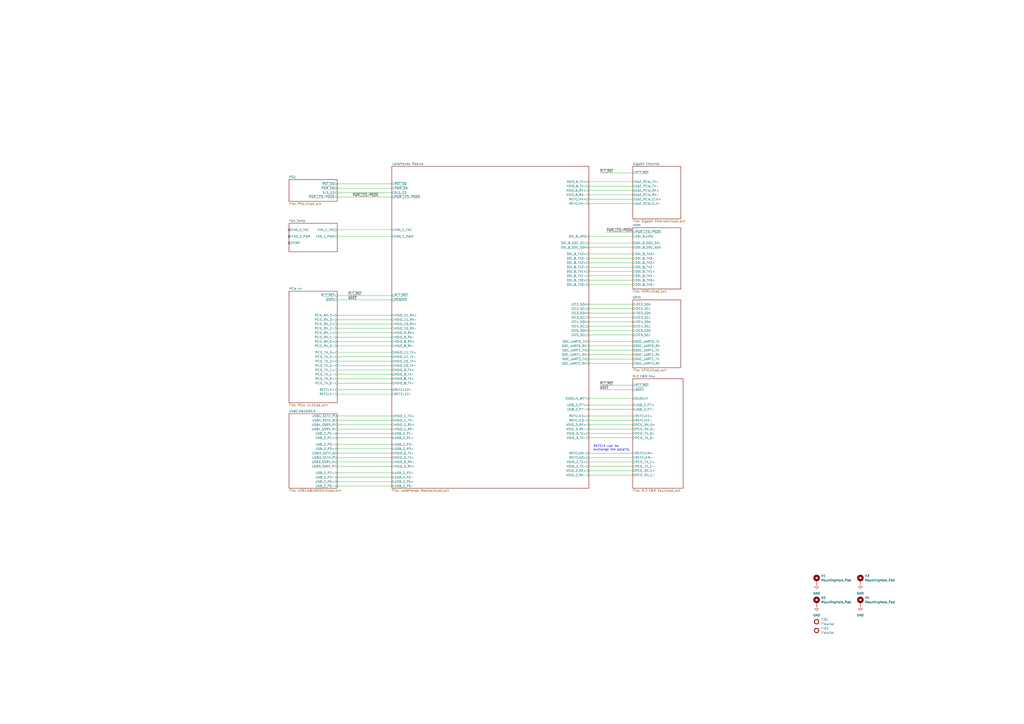
<source format=kicad_sch>
(kicad_sch (version 20250114) (generator "eeschema") (generator_version "9.0")
  (paper "A2")
  (title_block (title "Primer Carrier for LattePanda Mu") (date "2024-04-06") (rev "V1.0.0") (company "DFRobot") (comment 1 "20240406"))
  (lib_symbols
    (symbol "Mechanical:Fiducial"
      (property "Reference" "FID" (at 0 5.08 0))
      (property "Value" "Fiducial" (at 0 3.175 0))
      (symbol "Fiducial_0_1"
        (circle (center 0 0) (radius 1.27) (stroke (width 0.508)) (fill (type background)))
      )
    )
    (symbol "Mechanical:MountingHole_Pad" (pin_numbers (hide yes)) (pin_names (offset 1.016) (hide yes))
      (property "Reference" "H" (at 0 6.35 0))
      (property "Value" "MountingHole_Pad" (at 0 4.445 0))
      (symbol "MountingHole_Pad_0_1"
        (circle (center 0 1.27) (radius 1.27) (stroke (width 1.27)))
      )
      (symbol "MountingHole_Pad_1_1"
        (pin input line (at 0 -2.54 90) (length 2.54) (name "1") (number "1"))
      )
    )
    (symbol "power:GND" (power) (pin_numbers (hide yes)) (pin_names (offset 0) (hide yes))
      (property "Value" "GND" (at 0 -3.81 0))
      (symbol "GND_0_1"
        (polyline (pts (xy 0 0) (xy 0 -1.27) (xy 1.27 -1.27) (xy 0 -2.54) (xy -1.27 -1.27) (xy 0 -1.27)))
      )
      (symbol "GND_1_1"
        (pin power_in line (at 0 0 270) (length 0) (name "~") (number "1"))
      )
    )
  )
  (text "REFCLK can be \nexchange the polarity" (at 344.17 261.62 0) (effects (font (size 1.27 1.27)) (justify left bottom)))
  (no_connect (at 167.64 137.16))
  (no_connect (at 167.64 140.97))
  (no_connect (at 167.64 133.35))
  (wire (pts (xy 341.63 208.28) (xy 367.03 208.28)))
  (wire (pts (xy 195.58 200.66) (xy 227.33 200.66)))
  (wire (pts (xy 341.63 275.59) (xy 367.03 275.59)))
  (wire (pts (xy 341.63 160.02) (xy 367.03 160.02)))
  (wire (pts (xy 341.63 267.97) (xy 367.03 267.97)))
  (wire (pts (xy 341.63 237.49) (xy 367.03 237.49)))
  (wire (pts (xy 341.63 262.89) (xy 367.03 262.89)))
  (wire (pts (xy 195.58 226.06) (xy 227.33 226.06)))
  (wire (pts (xy 195.58 219.71) (xy 227.33 219.71)))
  (wire (pts (xy 341.63 231.14) (xy 367.03 231.14)))
  (wire (pts (xy 195.58 111.76) (xy 227.33 111.76)))
  (wire (pts (xy 341.63 254) (xy 367.03 254)))
  (wire (pts (xy 341.63 137.16) (xy 367.03 137.16)))
  (wire (pts (xy 195.58 276.86) (xy 227.33 276.86)))
  (wire (pts (xy 341.63 200.66) (xy 367.03 200.66)))
  (wire (pts (xy 341.63 118.11) (xy 367.03 118.11)))
  (wire (pts (xy 195.58 228.6) (xy 227.33 228.6)))
  (wire (pts (xy 195.58 171.45) (xy 227.33 171.45)))
  (wire (pts (xy 195.58 274.32) (xy 227.33 274.32)))
  (wire (pts (xy 341.63 205.74) (xy 367.03 205.74)))
  (wire (pts (xy 341.63 149.86) (xy 367.03 149.86)))
  (wire (pts (xy 351.79 134.62) (xy 367.03 134.62)))
  (wire (pts (xy 195.58 195.58) (xy 227.33 195.58)))
  (wire (pts (xy 195.58 106.68) (xy 227.33 106.68)))
  (wire (pts (xy 341.63 198.12) (xy 367.03 198.12)))
  (wire (pts (xy 195.58 262.89) (xy 227.33 262.89)))
  (wire (pts (xy 195.58 260.35) (xy 227.33 260.35)))
  (wire (pts (xy 195.58 190.5) (xy 227.33 190.5)))
  (wire (pts (xy 195.58 241.3) (xy 227.33 241.3)))
  (wire (pts (xy 195.58 185.42) (xy 227.33 185.42)))
  (wire (pts (xy 341.63 186.69) (xy 367.03 186.69)))
  (wire (pts (xy 341.63 115.57) (xy 367.03 115.57)))
  (wire (pts (xy 195.58 214.63) (xy 227.33 214.63)))
  (wire (pts (xy 341.63 105.41) (xy 367.03 105.41)))
  (wire (pts (xy 341.63 147.32) (xy 367.03 147.32)))
  (wire (pts (xy 341.63 265.43) (xy 367.03 265.43)))
  (wire (pts (xy 195.58 267.97) (xy 227.33 267.97)))
  (wire (pts (xy 195.58 279.4) (xy 227.33 279.4)))
  (wire (pts (xy 341.63 107.95) (xy 367.03 107.95)))
  (wire (pts (xy 341.63 246.38) (xy 367.03 246.38)))
  (wire (pts (xy 195.58 133.35) (xy 227.33 133.35)))
  (wire (pts (xy 195.58 193.04) (xy 227.33 193.04)))
  (wire (pts (xy 347.98 100.33) (xy 367.03 100.33)))
  (wire (pts (xy 195.58 254) (xy 227.33 254)))
  (wire (pts (xy 341.63 210.82) (xy 367.03 210.82)))
  (wire (pts (xy 195.58 114.3) (xy 227.33 114.3)))
  (wire (pts (xy 195.58 270.51) (xy 227.33 270.51)))
  (wire (pts (xy 195.58 248.92) (xy 227.33 248.92)))
  (wire (pts (xy 195.58 182.88) (xy 227.33 182.88)))
  (wire (pts (xy 195.58 281.94) (xy 227.33 281.94)))
  (wire (pts (xy 341.63 110.49) (xy 367.03 110.49)))
  (wire (pts (xy 341.63 140.97) (xy 367.03 140.97)))
  (wire (pts (xy 341.63 234.95) (xy 367.03 234.95)))
  (wire (pts (xy 341.63 251.46) (xy 367.03 251.46)))
  (wire (pts (xy 341.63 203.2) (xy 367.03 203.2)))
  (wire (pts (xy 195.58 217.17) (xy 227.33 217.17)))
  (wire (pts (xy 341.63 243.84) (xy 367.03 243.84)))
  (wire (pts (xy 341.63 165.1) (xy 367.03 165.1)))
  (wire (pts (xy 195.58 257.81) (xy 227.33 257.81)))
  (wire (pts (xy 195.58 187.96) (xy 227.33 187.96)))
  (wire (pts (xy 195.58 212.09) (xy 227.33 212.09)))
  (wire (pts (xy 347.98 226.06) (xy 367.03 226.06)))
  (wire (pts (xy 341.63 248.92) (xy 367.03 248.92)))
  (wire (pts (xy 341.63 179.07) (xy 367.03 179.07)))
  (wire (pts (xy 195.58 246.38) (xy 227.33 246.38)))
  (wire (pts (xy 341.63 143.51) (xy 367.03 143.51)))
  (wire (pts (xy 195.58 222.25) (xy 227.33 222.25)))
  (wire (pts (xy 341.63 152.4) (xy 367.03 152.4)))
  (wire (pts (xy 341.63 162.56) (xy 367.03 162.56)))
  (wire (pts (xy 341.63 241.3) (xy 367.03 241.3)))
  (wire (pts (xy 341.63 270.51) (xy 367.03 270.51)))
  (wire (pts (xy 341.63 157.48) (xy 367.03 157.48)))
  (wire (pts (xy 341.63 273.05) (xy 367.03 273.05)))
  (wire (pts (xy 195.58 109.22) (xy 227.33 109.22)))
  (wire (pts (xy 195.58 137.16) (xy 227.33 137.16)))
  (wire (pts (xy 347.98 223.52) (xy 367.03 223.52)))
  (wire (pts (xy 195.58 204.47) (xy 227.33 204.47)))
  (wire (pts (xy 341.63 194.31) (xy 367.03 194.31)))
  (wire (pts (xy 195.58 207.01) (xy 227.33 207.01)))
  (wire (pts (xy 195.58 198.12) (xy 227.33 198.12)))
  (wire (pts (xy 195.58 243.84) (xy 227.33 243.84)))
  (wire (pts (xy 195.58 209.55) (xy 227.33 209.55)))
  (wire (pts (xy 341.63 181.61) (xy 367.03 181.61)))
  (wire (pts (xy 341.63 189.23) (xy 367.03 189.23)))
  (wire (pts (xy 195.58 265.43) (xy 227.33 265.43)))
  (wire (pts (xy 341.63 154.94) (xy 367.03 154.94)))
  (wire (pts (xy 341.63 191.77) (xy 367.03 191.77)))
  (wire (pts (xy 341.63 113.03) (xy 367.03 113.03)))
  (wire (pts (xy 195.58 251.46) (xy 227.33 251.46)))
  (wire (pts (xy 195.58 173.99) (xy 227.33 173.99)))
  (wire (pts (xy 341.63 184.15) (xy 367.03 184.15)))
  (wire (pts (xy 341.63 176.53) (xy 367.03 176.53)))
  (label "~{PLT_RST}" (at 201.93 171.45 0))
  (label "~{PLT_RST}" (at 347.98 223.52 0))
  (label "~{PWR_LED}{slash}~{PSON}" (at 204.47 114.3 0))
  (label "~{WAKE}" (at 347.98 226.06 0))
  (label "~{PWR_LED}{slash}~{PSON}" (at 351.79 134.62 0))
  (label "~{WAKE}" (at 201.93 173.99 0))
  (label "~{PLT_RST}" (at 347.98 100.33 0))
  (symbol (lib_id "Mechanical:MountingHole_Pad") (at 473.71 336.55 0) (unit 1) (in_bom no)
    (property "Reference" "H1" (at 476.25 334.01 0) (effects (justify left)))
    (property "Value" "MountingHole_Pad" (at 476.25 336.55 0) (effects (justify left)))
    (property "Footprint" "A_HDJ_Library:MountingHole_3.2mm_M3_Pad_Via" (effects (hide yes)))
  )
  (symbol (lib_id "power:GND") (at 473.71 339.09 0) (unit 1)
    (property "Reference" "#PWR01" (effects (hide yes)))
    (property "Value" "GND" (at 473.71 344.17 0))
  )
  (symbol (lib_id "Mechanical:MountingHole_Pad") (at 499.11 349.25 0) (unit 1) (in_bom no)
    (property "Reference" "H4" (at 501.65 346.71 0) (effects (justify left)))
    (property "Value" "MountingHole_Pad" (at 501.65 349.25 0) (effects (justify left)))
    (property "Footprint" "A_HDJ_Library:MountingHole_3.2mm_M3_Pad_Via" (effects (hide yes)))
  )
  (symbol (lib_id "power:GND") (at 473.71 351.79 0) (unit 1)
    (property "Reference" "#PWR02" (effects (hide yes)))
    (property "Value" "GND" (at 473.71 356.87 0))
  )
  (symbol (lib_id "Mechanical:Fiducial") (at 473.71 360.68 0) (unit 1) (in_bom no)
    (property "Reference" "FID1" (at 476.25 359.41 0) (effects (justify left)))
    (property "Value" "Fiducial" (at 476.25 361.95 0) (effects (justify left)))
    (property "Footprint" "A_HDJ_Library:Fiducial_0.5mm_Mask1mm" (effects (hide yes)))
  )
  (symbol (lib_id "Mechanical:Fiducial") (at 473.71 365.76 0) (unit 1) (in_bom no)
    (property "Reference" "FID2" (at 476.25 364.49 0) (effects (justify left)))
    (property "Value" "Fiducial" (at 476.25 367.03 0) (effects (justify left)))
    (property "Footprint" "A_HDJ_Library:Fiducial_0.5mm_Mask1mm" (effects (hide yes)))
  )
  (symbol (lib_id "Mechanical:MountingHole_Pad") (at 473.71 349.25 0) (unit 1) (in_bom no)
    (property "Reference" "H2" (at 476.25 346.71 0) (effects (justify left)))
    (property "Value" "MountingHole_Pad" (at 476.25 349.25 0) (effects (justify left)))
    (property "Footprint" "A_HDJ_Library:MountingHole_3.2mm_M3_Pad_Via" (effects (hide yes)))
  )
  (symbol (lib_id "Mechanical:MountingHole_Pad") (at 499.11 336.55 0) (unit 1) (in_bom no)
    (property "Reference" "H3" (at 501.65 334.01 0) (effects (justify left)))
    (property "Value" "MountingHole_Pad" (at 501.65 336.55 0) (effects (justify left)))
    (property "Footprint" "A_HDJ_Library:MountingHole_3.2mm_M3_Pad_Via" (effects (hide yes)))
  )
  (symbol (lib_id "power:GND") (at 499.11 339.09 0) (unit 1)
    (property "Reference" "#PWR03" (effects (hide yes)))
    (property "Value" "GND" (at 499.11 344.17 0))
  )
  (symbol (lib_id "power:GND") (at 499.11 351.79 0) (unit 1)
    (property "Reference" "#PWR04" (effects (hide yes)))
    (property "Value" "GND" (at 499.11 356.87 0))
  )
  (sheet (at 167.64 168.91) (size 27.94 64.77) (stroke (width 0.1524))
    (property "Sheetname" "PCIe x4" (at 167.64 168.1984 0) (effects (justify left bottom)))
    (property "Sheetfile" "PCIe x4.kicad_sch" (at 167.64 234.2646 0) (effects (justify left top)))
    (pin "PCIE_RX_3-" output (at 195.58 185.42 0))
    (pin "PCIE_RX_2-" output (at 195.58 190.5 0))
    (pin "PCIE_RX_3+" output (at 195.58 182.88 0))
    (pin "PCIE_RX_0-" output (at 195.58 200.66 0))
    (pin "PCIE_RX_1-" output (at 195.58 195.58 0))
    (pin "PCIE_RX_1+" output (at 195.58 193.04 0))
    (pin "PCIE_RX_0+" output (at 195.58 198.12 0))
    (pin "PCIE_RX_2+" output (at 195.58 187.96 0))
    (pin "~{PLT_RST}" input (at 195.58 171.45 0))
    (pin "REFCLK-" input (at 195.58 228.6 0))
    (pin "REFCLK+" input (at 195.58 226.06 0))
    (pin "PCIE_TX_3-" input (at 195.58 207.01 0))
    (pin "PCIE_TX_3+" input (at 195.58 204.47 0))
    (pin "PCIE_TX_2-" input (at 195.58 212.09 0))
    (pin "PCIE_TX_0+" input (at 195.58 219.71 0))
    (pin "PCIE_TX_2+" input (at 195.58 209.55 0))
    (pin "PCIE_TX_1-" input (at 195.58 217.17 0))
    (pin "PCIE_TX_0-" input (at 195.58 222.25 0))
    (pin "PCIE_TX_1+" input (at 195.58 214.63 0))
    (pin "~{WAKE}" input (at 195.58 173.99 0))
  )
  (sheet (at 167.64 129.54) (size 27.94 16.51) (stroke (width 0.1524))
    (property "Sheetname" "Fan_Temp" (at 167.64 128.8284 0) (effects (justify left bottom)))
    (property "Sheetfile" "fan_temp.kicad_sch" (effects (hide yes)))
    (pin "FAN_1_TAC" output (at 195.58 133.35 0))
    (pin "FAN_1_PWM" input (at 195.58 137.16 0))
    (pin "FAN_2_PWM" input (at 167.64 137.16 180))
    (pin "FAN_2_TAC" output (at 167.64 133.35 180))
    (pin "TEMP" output (at 167.64 140.97 180))
  )
  (sheet (at 227.33 96.52) (size 114.3 186.69) (stroke (width 0.1524))
    (property "Sheetname" "LattePanda Module" (at 227.33 95.8084 0) (effects (justify left bottom)))
    (property "Sheetfile" "LattePanda Module.kicad_sch" (at 227.33 283.7946 0) (effects (justify left top)))
    (pin "HSIO_11_TX+" output (at 227.33 204.47 180))
    (pin "HSIO_11_TX-" output (at 227.33 207.01 180))
    (pin "HSIO_11_RX+" input (at 227.33 182.88 180))
    (pin "HSIO_11_RX-" input (at 227.33 185.42 180))
    (pin "HSIO_6_TX-" output (at 341.63 107.95 0))
    (pin "HSIO_6_RX+" input (at 341.63 110.49 0))
    (pin "HSIO_6_RX-" input (at 341.63 113.03 0))
    (pin "HSIO_6_TX+" output (at 341.63 105.41 0))
    (pin "USB_2_P1-" bidirectional (at 227.33 251.46 180))
    (pin "USB_2_P1+" bidirectional (at 227.33 254 180))
    (pin "USB_2_P2+" bidirectional (at 227.33 274.32 180))
    (pin "USB_2_P3+" bidirectional (at 227.33 260.35 180))
    (pin "USB_2_P3-" bidirectional (at 227.33 257.81 180))
    (pin "USB_2_P2-" bidirectional (at 227.33 276.86 180))
    (pin "HSIO_8_TX+" output (at 227.33 219.71 180))
    (pin "HSIO_8_TX-" output (at 227.33 222.25 180))
    (pin "HSIO_1_TX-" output (at 227.33 243.84 180))
    (pin "HSIO_1_RX+" input (at 227.33 246.38 180))
    (pin "HSIO_1_RX-" input (at 227.33 248.92 180))
    (pin "HSIO_0_TX-" output (at 227.33 262.89 180))
    (pin "HSIO_0_TX+" output (at 227.33 265.43 180))
    (pin "HSIO_9_TX-" output (at 227.33 217.17 180))
    (pin "HSIO_9_TX+" output (at 227.33 214.63 180))
    (pin "HSIO_8_RX+" input (at 227.33 198.12 180))
    (pin "HSIO_8_RX-" input (at 227.33 200.66 180))
    (pin "HSIO_9_RX+" input (at 227.33 193.04 180))
    (pin "HSIO_10_RX-" input (at 227.33 190.5 180))
    (pin "HSIO_9_RX-" input (at 227.33 195.58 180))
    (pin "HSIO_10_RX+" input (at 227.33 187.96 180))
    (pin "HSIO_10_TX+" output (at 227.33 209.55 180))
    (pin "HSIO_10_TX-" output (at 227.33 212.09 180))
    (pin "HSIO_0_RX-" input (at 227.33 267.97 180))
    (pin "HSIO_1_TX+" output (at 227.33 241.3 180))
    (pin "HSIO_0_RX+" input (at 227.33 270.51 180))
    (pin "REFCLK2-" output (at 227.33 228.6 180))
    (pin "REFCLK2+" output (at 227.33 226.06 180))
    (pin "REFCLK4-" output (at 341.63 118.11 0))
    (pin "REFCLK4+" output (at 341.63 115.57 0))
    (pin "~{PLT_RST}" output (at 227.33 171.45 180))
    (pin "~{PEWAKE}" output (at 227.33 173.99 180))
    (pin "USB_2_P7+" bidirectional (at 341.63 234.95 0))
    (pin "DDI_B_TX1+" output (at 341.63 157.48 0))
    (pin "DDI_B_TX2+" output (at 341.63 152.4 0))
    (pin "DDI_B_TX2-" output (at 341.63 154.94 0))
    (pin "DDI_B_TX0-" output (at 341.63 165.1 0))
    (pin "DDI_B_TX0+" output (at 341.63 162.56 0))
    (pin "DDI_B_TX1-" output (at 341.63 160.02 0))
    (pin "DDI_B_TX3-" output (at 341.63 149.86 0))
    (pin "DDI_B_DDC_SDA" bidirectional (at 341.63 143.51 0))
    (pin "DDI_B_TX3+" output (at 341.63 147.32 0))
    (pin "DDI_B_HPD" input (at 341.63 137.16 0))
    (pin "DDI_B_DDC_SCL" output (at 341.63 140.97 0))
    (pin "USB_2_P5-" bidirectional (at 227.33 281.94 180))
    (pin "USB_2_P5+" bidirectional (at 227.33 279.4 180))
    (pin "~{PWR_LED}{slash}~{PSON}" output (at 227.33 114.3 180))
    (pin "~{PWR_SW}" input (at 227.33 109.22 180))
    (pin "~{RST_SW}" input (at 227.33 106.68 180))
    (pin "REFCLK0+" output (at 341.63 265.43 0))
    (pin "REFCLK0-" output (at 341.63 262.89 0))
    (pin "SLS_S3" output (at 227.33 111.76 180))
    (pin "HSIO_3_TX+" output (at 341.63 251.46 0))
    (pin "HSIO_2_TX+" output (at 341.63 267.97 0))
    (pin "HSIO_2_RX+" input (at 341.63 273.05 0))
    (pin "HSIO_2_RX-" input (at 341.63 275.59 0))
    (pin "HSIO_2_TX-" output (at 341.63 270.51 0))
    (pin "HSIO_3_TX-" output (at 341.63 254 0))
    (pin "HSIO_3_RX+" input (at 341.63 246.38 0))
    (pin "HSIO_3_RX-" input (at 341.63 248.92 0))
    (pin "SUSCLK_WIFI" input (at 341.63 231.14 0))
    (pin "SOC_UART0_RX" input (at 341.63 200.66 0))
    (pin "SOC_UART1_RX" input (at 341.63 205.74 0))
    (pin "SOC_UART1_TX" output (at 341.63 203.2 0))
    (pin "SOC_UART0_TX" output (at 341.63 198.12 0))
    (pin "SOC_UART2_RX" input (at 341.63 210.82 0))
    (pin "SOC_UART2_TX" output (at 341.63 208.28 0))
    (pin "I2C2_SCL" output (at 341.63 179.07 0))
    (pin "I2C3_SDA" bidirectional (at 341.63 181.61 0))
    (pin "I2C4_SCL" output (at 341.63 189.23 0))
    (pin "I2C2_SDA" bidirectional (at 341.63 176.53 0))
    (pin "I2C4_SDA" bidirectional (at 341.63 186.69 0))
    (pin "I2C3_SCL" output (at 341.63 184.15 0))
    (pin "I2C5_SDA" bidirectional (at 341.63 191.77 0))
    (pin "I2C5_SCL" output (at 341.63 194.31 0))
    (pin "REFCLK3+" output (at 341.63 241.3 0))
    (pin "REFCLK3-" output (at 341.63 243.84 0))
    (pin "USB_2_P7-" bidirectional (at 341.63 237.49 0))
    (pin "FAN_1_PWM" output (at 227.33 137.16 180))
    (pin "FAN_1_TAC" input (at 227.33 133.35 180))
  )
  (sheet (at 367.03 132.08) (size 27.94 35.56) (stroke (width 0.1524))
    (property "Sheetname" "HDMI" (at 367.03 131.3684 0) (effects (justify left bottom)))
    (property "Sheetfile" "HDMI.kicad_sch" (at 367.03 168.2246 0) (effects (justify left top)))
    (pin "DDI_B_DDC_SCL" output (at 367.03 140.97 180))
    (pin "DDI_B_DDC_SDA" bidirectional (at 367.03 143.51 180))
    (pin "DDI_B_TX2+" input (at 367.03 152.4 180))
    (pin "DDI_B_TX2-" input (at 367.03 154.94 180))
    (pin "DDI_B_TX1+" input (at 367.03 157.48 180))
    (pin "DDI_B_TX1-" input (at 367.03 160.02 180))
    (pin "DDI_B_TX0-" input (at 367.03 165.1 180))
    (pin "DDI_B_TX3+" input (at 367.03 147.32 180))
    (pin "DDI_B_TX3-" input (at 367.03 149.86 180))
    (pin "DDI_B_TX0+" input (at 367.03 162.56 180))
    (pin "DDI_B_HPD" input (at 367.03 137.16 180))
    (pin "~{PWR_LED}{slash}~{PSON}" input (at 367.03 134.62 180))
  )
  (sheet (at 167.64 104.14) (size 27.94 12.7) (stroke (width 0.1524))
    (property "Sheetname" "PSU" (at 167.64 103.4284 0) (effects (justify left bottom)))
    (property "Sheetfile" "PSU.kicad_sch" (at 167.64 117.4246 0) (effects (justify left top)))
    (pin "~{PWR_LED}{slash}~{PSON}" input (at 195.58 114.3 0))
    (pin "SLS_S3" input (at 195.58 111.76 0))
    (pin "~{PWR_SW}" output (at 195.58 109.22 0))
    (pin "~{RST_SW}" output (at 195.58 106.68 0))
  )
  (sheet (at 367.03 219.71) (size 29.21 63.5) (stroke (width 0.1524))
    (property "Sheetname" "M.2 E&M Key" (at 367.03 218.9984 0) (effects (justify left bottom)))
    (property "Sheetfile" "M.2 E&M Key.kicad_sch" (at 367.03 283.7946 0) (effects (justify left top)))
    (pin "SUSCLK" output (at 367.03 231.14 180))
    (pin "REFCLKM+" input (at 367.03 262.89 180))
    (pin "REFCLKM-" input (at 367.03 265.43 180))
    (pin "~{PLT_RST}" input (at 367.03 223.52 180))
    (pin "~{WAKE}" input (at 367.03 226.06 180))
    (pin "PCIE_TX_1+" input (at 367.03 267.97 180))
    (pin "PCIE_RX_1+" output (at 367.03 273.05 180))
    (pin "PCIE_RX_1-" output (at 367.03 275.59 180))
    (pin "PCIE_TX_1-" input (at 367.03 270.51 180))
    (pin "REFCLKE-" input (at 367.03 243.84 180))
    (pin "REFCLKE+" input (at 367.03 241.3 180))
    (pin "USB_2_P7-" bidirectional (at 367.03 237.49 180))
    (pin "PCIE_TX_0-" input (at 367.03 254 180))
    (pin "USB_2_P7+" bidirectional (at 367.03 234.95 180))
    (pin "PCIE_RX_0+" output (at 367.03 246.38 180))
    (pin "PCIE_RX_0-" output (at 367.03 248.92 180))
    (pin "PCIE_TX_0+" input (at 367.03 251.46 180))
  )
  (sheet (at 367.03 96.52) (size 27.94 30.48) (stroke (width 0.1524))
    (property "Sheetname" "Gigabit Ethernet" (at 367.03 95.8084 0) (effects (justify left bottom)))
    (property "Sheetfile" "Gigabit Ethernet.kicad_sch" (at 367.03 127.5846 0) (effects (justify left top)))
    (pin "GbE_PCIe_CLK-" input (at 367.03 118.11 180))
    (pin "GbE_PCIe_RX+" output (at 367.03 110.49 180))
    (pin "GbE_PCIe_RX-" output (at 367.03 113.03 180))
    (pin "GbE_PCIe_TX-" input (at 367.03 107.95 180))
    (pin "GbE_PCIe_TX+" input (at 367.03 105.41 180))
    (pin "GbE_PCIe_CLK+" input (at 367.03 115.57 180))
    (pin "~{PLT_RST}" input (at 367.03 100.33 180))
  )
  (sheet (at 367.03 173.99) (size 27.94 39.37) (stroke (width 0.1524))
    (property "Sheetname" "GPIO" (at 367.03 173.2784 0) (effects (justify left bottom)))
    (property "Sheetfile" "GPIO.kicad_sch" (at 367.03 213.9446 0) (effects (justify left top)))
    (pin "I2C2_SCL" output (at 367.03 179.07 180))
    (pin "I2C4_SCL" output (at 367.03 189.23 180))
    (pin "I2C5_SCL" output (at 367.03 194.31 180))
    (pin "I2C3_SCL" output (at 367.03 184.15 180))
    (pin "SOC_UART0_TX" output (at 367.03 198.12 180))
    (pin "SOC_UART1_TX" output (at 367.03 203.2 180))
    (pin "SOC_UART2_TX" output (at 367.03 208.28 180))
    (pin "I2C3_SDA" bidirectional (at 367.03 181.61 180))
    (pin "I2C4_SDA" bidirectional (at 367.03 186.69 180))
    (pin "I2C5_SDA" bidirectional (at 367.03 191.77 180))
    (pin "I2C2_SDA" bidirectional (at 367.03 176.53 180))
    (pin "SOC_UART0_RX" output (at 367.03 200.66 180))
    (pin "SOC_UART2_RX" output (at 367.03 210.82 180))
    (pin "SOC_UART1_RX" output (at 367.03 205.74 180))
  )
  (sheet (at 167.64 240.03) (size 27.94 43.18) (stroke (width 0.1524))
    (property "Sheetname" "USB2.0&USB3.0" (at 167.64 239.3184 0) (effects (justify left bottom)))
    (property "Sheetfile" "USB2.0&USB3.0.kicad_sch" (at 167.64 283.7946 0) (effects (justify left top)))
    (pin "USB3_SSRX_P" input (at 195.58 270.51 0))
    (pin "USB3_SSRX_N" input (at 195.58 267.97 0))
    (pin "USB3_SSTX_N" output (at 195.58 262.89 0))
    (pin "USB_2_P5+" bidirectional (at 195.58 279.4 0))
    (pin "USB_2_P5-" bidirectional (at 195.58 281.94 0))
    (pin "USB3_SSTX_P" output (at 195.58 265.43 0))
    (pin "USB_2_P1+" bidirectional (at 195.58 254 0))
    (pin "USB_2_P3-" bidirectional (at 195.58 257.81 0))
    (pin "USB_2_P3+" bidirectional (at 195.58 260.35 0))
    (pin "USB_2_P1-" bidirectional (at 195.58 251.46 0))
    (pin "USB_2_P2+" bidirectional (at 195.58 274.32 0))
    (pin "USB4_SSRX_N" input (at 195.58 248.92 0))
    (pin "USB4_SSRX_P" input (at 195.58 246.38 0))
    (pin "USB4_SSTX_N" output (at 195.58 243.84 0))
    (pin "USB4_SSTX_P" output (at 195.58 241.3 0))
    (pin "USB_2_P2-" bidirectional (at 195.58 276.86 0))
  )
)
</source>
